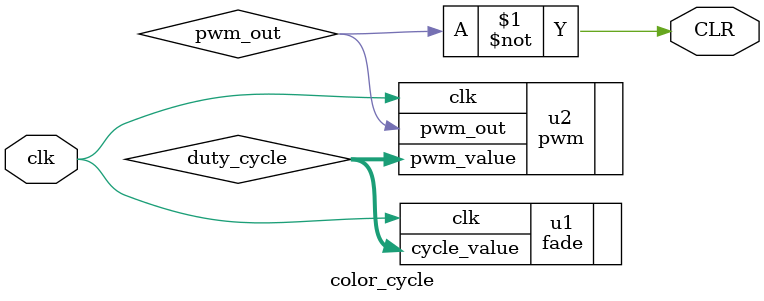
<source format=sv>
`include "fade.sv"
`include "pwm.sv"

module color_cycle #(
    parameter PWM_INTERVAL = 1200,  // 1ms
    parameter INITIAL_STATE = 0,
    parameter INITIAL_STEP_COUNT = 0,
    parameter INITIAL_DUTY_CYCLE = 0
) (
    input  logic clk,
    output logic CLR
);

  logic [$clog2(PWM_INTERVAL)-1:0] duty_cycle;
  logic pwm_out;

    fade #(
        .PWM_INTERVAL(PWM_INTERVAL),
        .INITIAL_STATE(INITIAL_STATE),
        .INITIAL_STEP_COUNT(INITIAL_STEP_COUNT),
        .INITIAL_DUTY_CYCLE(INITIAL_DUTY_CYCLE)
    ) u1 (
        .clk(clk),
        .cycle_value(duty_cycle)
    );

    pwm #(
        .PWM_INTERVAL(PWM_INTERVAL)
    ) u2 (
        .clk(clk),
        .pwm_value(duty_cycle),
        .pwm_out(pwm_out)
    );

    assign CLR = ~pwm_out;

endmodule

</source>
